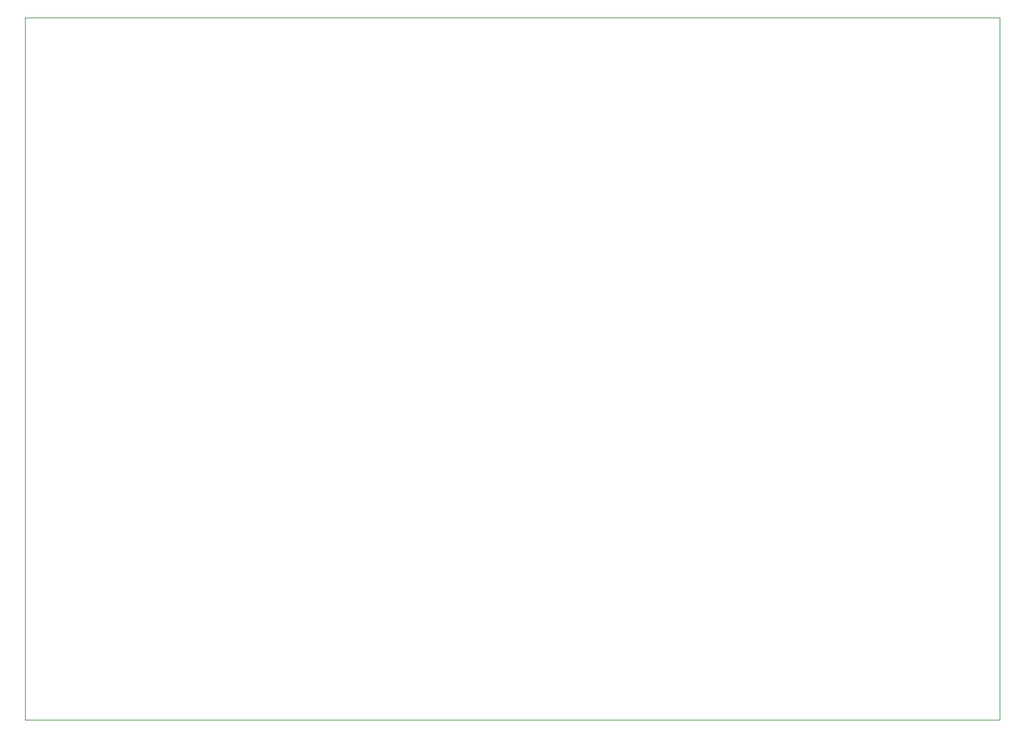
<source format=gm1>
%TF.GenerationSoftware,KiCad,Pcbnew,7.0.1*%
%TF.CreationDate,2023-04-21T09:18:26-07:00*%
%TF.ProjectId,lipo_drainer_schematic,6c69706f-5f64-4726-9169-6e65725f7363,rev?*%
%TF.SameCoordinates,Original*%
%TF.FileFunction,Profile,NP*%
%FSLAX46Y46*%
G04 Gerber Fmt 4.6, Leading zero omitted, Abs format (unit mm)*
G04 Created by KiCad (PCBNEW 7.0.1) date 2023-04-21 09:18:26*
%MOMM*%
%LPD*%
G01*
G04 APERTURE LIST*
%TA.AperFunction,Profile*%
%ADD10C,0.100000*%
%TD*%
G04 APERTURE END LIST*
D10*
X88000000Y-50000000D02*
X210000000Y-50000000D01*
X210000000Y-138000000D01*
X88000000Y-138000000D01*
X88000000Y-50000000D01*
M02*

</source>
